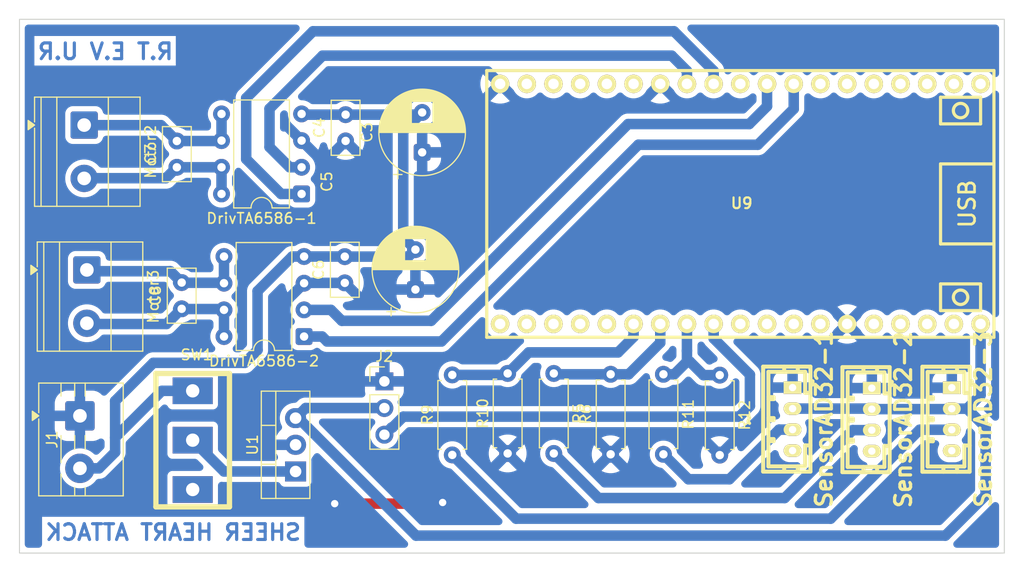
<source format=kicad_pcb>
(kicad_pcb (version 20241229) (generator "pcbnew") (generator_version "9.0")
  (layers (0 "F.Cu" signal) (2 "B.Cu" signal) (13 "F.Paste" user) (15 "B.Paste" user) (5 "F.SilkS" user "F.Silkscreen") (7 "B.SilkS" user "B.Silkscreen") (1 "F.Mask" user) (3 "B.Mask" user) (25 "Edge.Cuts" user))
  (net 0 "")
  (net 1 "VCC")
  (net 2 "INA1")
  (net 3 "INB1")
  (net 4 "+5V")
  (net 5 "D7")
  (net 6 "Net-(SensorAD32-2-OUT)")
  (net 7 "Net-(SensorAD32-3-OUT)")
  (net 8 "D6")
  (net 9 "D8")
  (net 10 "Net-(SensorAD32-1-OUT)")
  (net 20 "GND")
  (net 21 "Net-(Motor2-Pin_2)")
  (net 22 "Net-(Motor2-Pin_1)")
  (net 23 "Net-(Motor3-Pin_2)")
  (net 24 "Net-(Motor3-Pin_1)")
  (net 25 "INB2")
  (net 26 "INA2")
  (net 46 "Net-(SW1A-B)")
  (net 47 "D4")
  (net 48 "D5")
  (footprint "Resistor_THT:R_Axial_DIN0207_L6.3mm_D2.5mm_P7.62mm_Horizontal" (layer "F.Cu") (at 85.367206 52.67924 -90)
    (property "Reference" "R12" (at 3.81 -2.37 90) (layer "F.SilkS"))
    (property "Value" "2.2K")
    (pad "1" thru_hole circle (at 0 0 270) (size 1.6 1.6) (drill 0.8) (layers "*.Cu" "*.Mask") (net 9 "D8"))
    (pad "2" thru_hole circle (at 7.62 0 270) (size 1.6 1.6) (drill 0.8) (layers "*.Cu" "*.Mask") (net 20 "GND"))
  )
  (footprint "Capacitor_THT:CP_Radial_D8.0mm_P3.80mm" (layer "F.Cu") (at 57.050766 31.46512 90)
    (property "Reference" "C3" (at 1.9 -5.25 90) (layer "F.SilkS"))
    (property "Value" "470uf")
    (pad "1" thru_hole roundrect (at 0 0 90) (size 1.6 1.6) (drill 0.8) (layers "*.Cu" "*.Mask") (roundrect_rratio 0.15625) (net 20 "GND"))
    (pad "2" thru_hole circle (at 3.8 0 90) (size 1.6 1.6) (drill 0.8) (layers "*.Cu" "*.Mask") (net 1 "VCC"))
  )
  (footprint "Capacitor_THT:CP_Radial_D8.0mm_P3.80mm" (layer "F.Cu") (at 56.410766 44.527771 90)
    (property "Reference" "C5" (at 10.27 -8.43 90) (layer "F.SilkS"))
    (property "Value" "470uf")
    (pad "1" thru_hole roundrect (at 0 0 90) (size 1.6 1.6) (drill 0.8) (layers "*.Cu" "*.Mask") (roundrect_rratio 0.15625) (net 20 "GND"))
    (pad "2" thru_hole circle (at 3.8 0 90) (size 1.6 1.6) (drill 0.8) (layers "*.Cu" "*.Mask") (net 1 "VCC"))
  )
  (footprint "Capacitor_THT:C_Disc_D5.0mm_W2.5mm_P2.50mm" (layer "F.Cu") (at 49.690766 43.89512 90)
    (property "Reference" "C6" (at 1.25 -2.5 90) (layer "F.SilkS"))
    (property "Value" "0.1uf")
    (pad "1" thru_hole circle (at 0 0 90) (size 1.6 1.6) (drill 0.8) (layers "*.Cu" "*.Mask") (net 20 "GND"))
    (pad "2" thru_hole circle (at 2.5 0 90) (size 1.6 1.6) (drill 0.8) (layers "*.Cu" "*.Mask") (net 1 "VCC"))
  )
  (footprint "Package_TO_SOT_THT:TO-220-3_Vertical" (layer "F.Cu") (at 45.007092 61.85512 90)
    (property "Reference" "U1" (at 2.54 -4.1 90) (layer "F.SilkS"))
    (property "Value" "LM7805_TO220")
    (pad "1" thru_hole rect (at 0 0 90) (size 1.905 2) (drill 1.1) (layers "*.Cu" "*.Mask") (net 46 "Net-(SW1A-B)"))
    (pad "2" thru_hole oval (at 2.54 0 90) (size 1.905 2) (drill 1.1) (layers "*.Cu" "*.Mask") (net 20 "GND"))
    (pad "3" thru_hole oval (at 5.08 0 90) (size 1.905 2) (drill 1.1) (layers "*.Cu" "*.Mask") (net 4 "+5V"))
  )
  (footprint "Resistor_THT:R_Axial_DIN0207_L6.3mm_D2.5mm_P7.62mm_Horizontal" (layer "F.Cu") (at 80.007206 52.59924 -90)
    (property "Reference" "R11" (at 3.81 -2.37 90) (layer "F.SilkS"))
    (property "Value" "1K")
    (pad "1" thru_hole circle (at 0 0 270) (size 1.6 1.6) (drill 0.8) (layers "*.Cu" "*.Mask") (net 9 "D8"))
    (pad "2" thru_hole circle (at 7.62 0 270) (size 1.6 1.6) (drill 0.8) (layers "*.Cu" "*.Mask") (net 10 "Net-(SensorAD32-1-OUT)"))
  )
  (footprint "Resistor_THT:R_Axial_DIN0207_L6.3mm_D2.5mm_P7.62mm_Horizontal" (layer "F.Cu") (at 59.917206 60.27924 90)
    (property "Reference" "R9" (at 3.81 -2.37 90) (layer "F.SilkS"))
    (property "Value" "1K")
    (pad "1" thru_hole circle (at 0 0 90) (size 1.6 1.6) (drill 0.8) (layers "*.Cu" "*.Mask") (net 7 "Net-(SensorAD32-3-OUT)"))
    (pad "2" thru_hole circle (at 7.62 0 90) (size 1.6 1.6) (drill 0.8) (layers "*.Cu" "*.Mask") (net 8 "D6"))
  )
  (footprint "Connector_PinHeader_2.54mm:PinHeader_1x03_P2.54mm_Vertical" (layer "F.Cu") (at 53.457092 53.27512)
    (property "Reference" "J2" (at 0 -2.38 0) (layer "F.SilkS"))
    (property "Value" "Conn_01x03")
    (pad "1" thru_hole rect (at 0 0) (size 1.7 1.7) (drill 1) (layers "*.Cu" "*.Mask") (net 20 "GND"))
    (pad "2" thru_hole circle (at 0 2.54) (size 1.7 1.7) (drill 1) (layers "*.Cu" "*.Mask") (net 4 "+5V"))
    (pad "3" thru_hole circle (at 0 5.08) (size 1.7 1.7) (drill 1) (layers "*.Cu" "*.Mask") (net 47 "D4"))
  )
  (footprint "Resistor_THT:R_Axial_DIN0207_L6.3mm_D2.5mm_P7.62mm_Horizontal" (layer "F.Cu") (at 74.987206 60.21924 90)
    (property "Reference" "R6" (at 3.81 -2.37 90) (layer "F.SilkS"))
    (property "Value" "2.2K")
    (pad "1" thru_hole circle (at 0 0 90) (size 1.6 1.6) (drill 0.8) (layers "*.Cu" "*.Mask") (net 20 "GND"))
    (pad "2" thru_hole circle (at 7.62 0 90) (size 1.6 1.6) (drill 0.8) (layers "*.Cu" "*.Mask") (net 5 "D7"))
  )
  (footprint "EESTN5:JST-4V" (layer "F.Cu") (at 107.447206 56.87924 -90)
    (property "Reference" "SensorAD32-3" (at 0 -2.99974 90) (layer "F.SilkS") (effects (font (size 1.524 1.524) (thickness 0.3048))))
    (property "Value" "~" (at 0 4.20116 90) (layer "F.SilkS") (effects (font (size 1.524 1.524) (thickness 0.3048))))
    (pad "1" thru_hole rect (at -3.00228 0 270) (size 1.19888 1.69926) (drill 0.70104) (layers "*.Cu" "*.Mask" "F.SilkS") (net 20 "GND"))
    (pad "2" thru_hole oval (at -1.00076 0 270) (size 1.19888 1.69926) (drill 0.70104) (layers "*.Cu" "*.Mask" "F.SilkS") (net 4 "+5V"))
    (pad "3" thru_hole oval (at 1.00076 0 270) (size 1.19888 1.69926) (drill 0.70104) (layers "*.Cu" "*.Mask" "F.SilkS") (net 7 "Net-(SensorAD32-3-OUT)"))
    (pad "4" thru_hole oval (at 2.99974 0 270) (size 1.19888 1.69926) (drill 0.70104) (layers "*.Cu" "*.Mask" "F.SilkS"))
  )
  (footprint "Package_DIP:DIP-8_W7.62mm" (layer "F.Cu") (at 45.580766 35.42512 180)
    (property "Reference" "DrivTA6586-1" (at 3.81 -2.33 0) (layer "F.SilkS"))
    (property "Value" "~")
    (pad "1" thru_hole roundrect (at 0 0 180) (size 1.6 1.6) (drill 0.8) (layers "*.Cu" "*.Mask") (roundrect_rratio 0.15625) (net 3 "INB1"))
    (pad "2" thru_hole circle (at 0 2.54 180) (size 1.6 1.6) (drill 0.8) (layers "*.Cu" "*.Mask") (net 2 "INA1"))
    (pad "3" thru_hole circle (at 0 5.08 180) (size 1.6 1.6) (drill 0.8) (layers "*.Cu" "*.Mask") (net 20 "GND"))
    (pad "4" thru_hole circle (at 0 7.62 180) (size 1.6 1.6) (drill 0.8) (layers "*.Cu" "*.Mask") (net 1 "VCC"))
    (pad "5" thru_hole circle (at 7.62 7.62 180) (size 1.6 1.6) (drill 0.8) (layers "*.Cu" "*.Mask") (net 22 "Net-(Motor2-Pin_1)"))
    (pad "6" thru_hole circle (at 7.62 5.08 180) (size 1.6 1.6) (drill 0.8) (layers "*.Cu" "*.Mask") (net 22 "Net-(Motor2-Pin_1)"))
    (pad "7" thru_hole circle (at 7.62 2.54 180) (size 1.6 1.6) (drill 0.8) (layers "*.Cu" "*.Mask") (net 21 "Net-(Motor2-Pin_2)"))
    (pad "8" thru_hole circle (at 7.62 0 180) (size 1.6 1.6) (drill 0.8) (layers "*.Cu" "*.Mask") (net 21 "Net-(Motor2-Pin_2)"))
  )
  (footprint "Capacitor_THT:C_Disc_D5.0mm_W2.5mm_P2.50mm" (layer "F.Cu") (at 34.170766 46.36512 90)
    (property "Reference" "C8" (at 1.25 -2.5 90) (layer "F.SilkS"))
    (property "Value" "10nf")
    (pad "1" thru_hole circle (at 0 0 90) (size 1.6 1.6) (drill 0.8) (layers "*.Cu" "*.Mask") (net 23 "Net-(Motor3-Pin_2)"))
    (pad "2" thru_hole circle (at 2.5 0 90) (size 1.6 1.6) (drill 0.8) (layers "*.Cu" "*.Mask") (net 24 "Net-(Motor3-Pin_1)"))
  )
  (footprint "Package_DIP:DIP-8_W7.62mm" (layer "F.Cu") (at 45.815766 49.00512 180)
    (property "Reference" "DrivTA6586-2" (at 3.81 -2.33 0) (layer "F.SilkS"))
    (property "Value" "~")
    (pad "1" thru_hole roundrect (at 0 0 180) (size 1.6 1.6) (drill 0.8) (layers "*.Cu" "*.Mask") (roundrect_rratio 0.15625) (net 25 "INB2"))
    (pad "2" thru_hole circle (at 0 2.54 180) (size 1.6 1.6) (drill 0.8) (layers "*.Cu" "*.Mask") (net 26 "INA2"))
    (pad "3" thru_hole circle (at 0 5.08 180) (size 1.6 1.6) (drill 0.8) (layers "*.Cu" "*.Mask") (net 20 "GND"))
    (pad "4" thru_hole circle (at 0 7.62 180) (size 1.6 1.6) (drill 0.8) (layers "*.Cu" "*.Mask") (net 1 "VCC"))
    (pad "5" thru_hole circle (at 7.62 7.62 180) (size 1.6 1.6) (drill 0.8) (layers "*.Cu" "*.Mask") (net 24 "Net-(Motor3-Pin_1)"))
    (pad "6" thru_hole circle (at 7.62 5.08 180) (size 1.6 1.6) (drill 0.8) (layers "*.Cu" "*.Mask") (net 24 "Net-(Motor3-Pin_1)"))
    (pad "7" thru_hole circle (at 7.62 2.54 180) (size 1.6 1.6) (drill 0.8) (layers "*.Cu" "*.Mask") (net 23 "Net-(Motor3-Pin_2)"))
    (pad "8" thru_hole circle (at 7.62 0 180) (size 1.6 1.6) (drill 0.8) (layers "*.Cu" "*.Mask") (net 23 "Net-(Motor3-Pin_2)"))
  )
  (footprint "Resistor_THT:R_Axial_DIN0207_L6.3mm_D2.5mm_P7.62mm_Horizontal" (layer "F.Cu") (at 69.577206 52.51924 -90)
    (property "Reference" "R5" (at 3.81 -2.37 90) (layer "F.SilkS"))
    (property "Value" "1K")
    (pad "1" thru_hole circle (at 0 0 270) (size 1.6 1.6) (drill 0.8) (layers "*.Cu" "*.Mask") (net 5 "D7"))
    (pad "2" thru_hole circle (at 7.62 0 270) (size 1.6 1.6) (drill 0.8) (layers "*.Cu" "*.Mask") (net 6 "Net-(SensorAD32-2-OUT)"))
  )
  (footprint "EESTN5:SW_SPDT_TH_Vertical" (layer "F.Cu") (at 35.217092 58.87512)
    (property "Reference" "SW1" (at 0.381 -8.128 180) (layer "F.SilkS"))
    (property "Value" "SW_DPST_x2" (hide yes))
    (pad "1" thru_hole rect (at 0 -4.7) (size 3.81 2.54) (drill 1.27) (layers "*.Cu" "*.Mask") (net 1 "VCC"))
    (pad "2" thru_hole rect (at 0 0) (size 3.81 2.54) (drill 1.27) (layers "*.Cu" "*.Mask") (net 46 "Net-(SW1A-B)"))
    (pad "3" thru_hole rect (at 0 4.7) (size 3.81 2.54) (drill 1.27) (layers "*.Cu" "*.Mask"))
  )
  (footprint "TerminalBlock_Phoenix:TerminalBlock_Phoenix_MKDS-1,5-2-5.08_1x02_P5.08mm_Horizontal" (layer "F.Cu") (at 24.890766 28.86512 -90)
    (property "Reference" "Motor2" (at 2.54 -6.32 90) (layer "F.SilkS"))
    (property "Value" "Screw_Terminal_01x02")
    (pad "1" thru_hole roundrect (at 0 0 270) (size 2.6 2.6) (drill 1.3) (layers "*.Cu" "*.Mask") (roundrect_rratio 0.096154) (net 22 "Net-(Motor2-Pin_1)"))
    (pad "2" thru_hole circle (at 5.08 0 270) (size 2.6 2.6) (drill 1.3) (layers "*.Cu" "*.Mask") (net 21 "Net-(Motor2-Pin_2)"))
  )
  (footprint "EESTN5:JST-4V" (layer "F.Cu") (at 92.296786 56.86924 -90)
    (property "Reference" "SensorAD32-1" (at 0 -2.99974 90) (layer "F.SilkS") (effects (font (size 1.524 1.524) (thickness 0.3048))))
    (property "Value" "~" (at 0 4.20116 90) (layer "F.SilkS") (effects (font (size 1.524 1.524) (thickness 0.3048))))
    (pad "1" thru_hole rect (at -3.00228 0 270) (size 1.19888 1.69926) (drill 0.70104) (layers "*.Cu" "*.Mask" "F.SilkS") (net 20 "GND"))
    (pad "2" thru_hole oval (at -1.00076 0 270) (size 1.19888 1.69926) (drill 0.70104) (layers "*.Cu" "*.Mask" "F.SilkS") (net 4 "+5V"))
    (pad "3" thru_hole oval (at 1.00076 0 270) (size 1.19888 1.69926) (drill 0.70104) (layers "*.Cu" "*.Mask" "F.SilkS") (net 10 "Net-(SensorAD32-1-OUT)"))
    (pad "4" thru_hole oval (at 2.99974 0 270) (size 1.19888 1.69926) (drill 0.70104) (layers "*.Cu" "*.Mask" "F.SilkS"))
  )
  (footprint "Resistor_THT:R_Axial_DIN0207_L6.3mm_D2.5mm_P7.62mm_Horizontal" (layer "F.Cu") (at 65.187206 60.13924 90)
    (property "Reference" "R10" (at 3.81 -2.37 90) (layer "F.SilkS"))
    (property "Value" "2.2K")
    (pad "1" thru_hole circle (at 0 0 90) (size 1.6 1.6) (drill 0.8) (layers "*.Cu" "*.Mask") (net 20 "GND"))
    (pad "2" thru_hole circle (at 7.62 0 90) (size 1.6 1.6) (drill 0.8) (layers "*.Cu" "*.Mask") (net 8 "D6"))
  )
  (footprint "Capacitor_THT:C_Disc_D5.0mm_W2.5mm_P2.50mm" (layer "F.Cu") (at 49.767092 30.37512 90)
    (property "Reference" "C4" (at 1.25 -2.5 90) (layer "F.SilkS"))
    (property "Value" "0.1uf")
    (pad "1" thru_hole circle (at 0 0 90) (size 1.6 1.6) (drill 0.8) (layers "*.Cu" "*.Mask") (net 20 "GND"))
    (pad "2" thru_hole circle (at 2.5 0 90) (size 1.6 1.6) (drill 0.8) (layers "*.Cu" "*.Mask") (net 1 "VCC"))
  )
  (footprint "TerminalBlock:TerminalBlock_MaiXu_MX126-5.0-02P_1x02_P5.00mm" (layer "F.Cu") (at 24.489592 56.55512 -90)
    (property "Reference" "J1" (at 2.25 2.6525 90) (layer "F.SilkS"))
    (property "Value" "Screw_Terminal_01x02")
    (pad "1" thru_hole roundrect (at 0 0 270) (size 2.8 2.8) (drill 1.3) (layers "*.Cu" "*.Mask") (roundrect_rratio 0.089286) (net 20 "GND"))
    (pad "2" thru_hole circle (at 5 0 270) (size 2.8 2.8) (drill 1.3) (layers "*.Cu" "*.Mask") (net 1 "VCC"))
  )
  (footprint "EESTN5:ESP32S" (layer "F.Cu") (at 87.327092 36.37512)
    (property "Reference" "U9" (at 0.127 -0.0635 0) (layer "F.SilkS") (effects (font (size 1.016 1.016) (thickness 0.2032))))
    (property "Value" "ESP32_DEVKITC" (hide yes))
    (fp_text user "USB" (at 21.59 0 90) (layer "F.SilkS") (effects (font (size 1.524 1.524) (thickness 0.254))))
    (pad "1" thru_hole circle (at -22.86 11.43) (size 1.75 1.75) (drill 1) (layers "*.Cu" "*.Mask" "F.SilkS"))
    (pad "2" thru_hole circle (at -20.32 11.43) (size 1.75 1.75) (drill 1) (layers "*.Cu" "*.Mask" "F.SilkS"))
    (pad "3" thru_hole circle (at -17.78 11.43) (size 1.75 1.75) (drill 1) (layers "*.Cu" "*.Mask" "F.SilkS"))
    (pad "4" thru_hole circle (at -15.24 11.43) (size 1.75 1.75) (drill 1) (layers "*.Cu" "*.Mask" "F.SilkS"))
    (pad "5" thru_hole circle (at -12.7 11.43) (size 1.75 1.75) (drill 1) (layers "*.Cu" "*.Mask" "F.SilkS") (net 48 "D5"))
    (pad "6" thru_hole circle (at -10.16 11.43) (size 1.75 1.75) (drill 1) (layers "*.Cu" "*.Mask" "F.SilkS") (net 8 "D6"))
    (pad "7" thru_hole circle (at -7.62 11.43) (size 1.75 1.75) (drill 1) (layers "*.Cu" "*.Mask" "F.SilkS") (net 5 "D7"))
    (pad "8" thru_hole circle (at -5.08 11.43) (size 1.75 1.75) (drill 1) (layers "*.Cu" "*.Mask" "F.SilkS") (net 9 "D8"))
    (pad "9" thru_hole circle (at -2.54 11.43) (size 1.75 1.75) (drill 1) (layers "*.Cu" "*.Mask" "F.SilkS") (net 47 "D4"))
    (pad "10" thru_hole circle (at 0 11.43) (size 1.75 1.75) (drill 1) (layers "*.Cu" "*.Mask" "F.SilkS"))
    (pad "11" thru_hole circle (at 2.54 11.43) (size 1.75 1.75) (drill 1) (layers "*.Cu" "*.Mask" "F.SilkS"))
    (pad "12" thru_hole circle (at 5.08 11.43) (size 1.75 1.75) (drill 1) (layers "*.Cu" "*.Mask" "F.SilkS"))
    (pad "13" thru_hole circle (at 7.62 11.43) (size 1.75 1.75) (drill 1) (layers "*.Cu" "*.Mask" "F.SilkS"))
    (pad "14" thru_hole circle (at 10.16 11.43) (size 1.75 1.75) (drill 1) (layers "*.Cu" "*.Mask" "F.SilkS") (net 20 "GND"))
    (pad "15" thru_hole circle (at 12.7 11.43) (size 1.75 1.75) (drill 1) (layers "*.Cu" "*.Mask" "F.SilkS"))
    (pad "16" thru_hole circle (at 15.24 11.43) (size 1.75 1.75) (drill 1) (layers "*.Cu" "*.Mask" "F.SilkS"))
    (pad "17" thru_hole circle (at 17.78 11.43) (size 1.75 1.75) (drill 1) (layers "*.Cu" "*.Mask" "F.SilkS"))
    (pad "18" thru_hole circle (at 20.32 11.43) (size 1.75 1.75) (drill 1) (layers "*.Cu" "*.Mask" "F.SilkS"))
    (pad "19" thru_hole circle (at 22.86 11.43) (size 1.75 1.75) (drill 1) (layers "*.Cu" "*.Mask" "F.SilkS") (net 4 "+5V"))
    (pad "20" thru_hole circle (at 22.86 -11.43 180) (size 1.75 1.75) (drill 1) (layers "*.Cu" "*.Mask" "F.SilkS"))
    (pad "21" thru_hole circle (at 20.32 -11.43 180) (size 1.75 1.75) (drill 1) (layers "*.Cu" "*.Mask" "F.SilkS"))
    (pad "22" thru_hole circle (at 17.78 -11.43 180) (size 1.75 1.75) (drill 1) (layers "*.Cu" "*.Mask" "F.SilkS"))
    (pad "23" thru_hole circle (at 15.24 -11.43 180) (size 1.75 1.75) (drill 1) (layers "*.Cu" "*.Mask" "F.SilkS"))
    (pad "24" thru_hole circle (at 12.7 -11.43 180) (size 1.75 1.75) (drill 1) (layers "*.Cu" "*.Mask" "F.SilkS"))
    (pad "25" thru_hole circle (at 10.16 -11.43 180) (size 1.75 1.75) (drill 1) (layers "*.Cu" "*.Mask" "F.SilkS"))
    (pad "26" thru_hole circle (at 7.62 -11.43 180) (size 1.75 1.75) (drill 1) (layers "*.Cu" "*.Mask" "F.SilkS"))
    (pad "27" thru_hole circle (at 5.08 -11.43 180) (size 1.75 1.75) (drill 1) (layers "*.Cu" "*.Mask" "F.SilkS") (net 25 "INB2"))
    (pad "28" thru_hole circle (at 2.54 -11.43 180) (size 1.75 1.75) (drill 1) (layers "*.Cu" "*.Mask" "F.SilkS") (net 26 "INA2"))
    (pad "29" thru_hole circle (at 0 -11.43 180) (size 1.75 1.75) (drill 1) (layers "*.Cu" "*.Mask" "F.SilkS"))
    (pad "30" thru_hole circle (at -2.54 -11.43 180) (size 1.75 1.75) (drill 1) (layers "*.Cu" "*.Mask" "F.SilkS") (net 3 "INB1"))
    (pad "31" thru_hole circle (at -5.08 -11.43 180) (size 1.75 1.75) (drill 1) (layers "*.Cu" "*.Mask" "F.SilkS") (net 2 "INA1"))
    (pad "32" thru_hole circle (at -7.62 -11.43 180) (size 1.75 1.75) (drill 1) (layers "*.Cu" "*.Mask" "F.SilkS") (net 20 "GND"))
    (pad "33" thru_hole circle (at -10.16 -11.43 180) (size 1.75 1.75) (drill 1) (layers "*.Cu" "*.Mask" "F.SilkS"))
    (pad "34" thru_hole circle (at -12.7 -11.43 180) (size 1.75 1.75) (drill 1) (layers "*.Cu" "*.Mask" "F.SilkS"))
    (pad "35" thru_hole circle (at -15.24 -11.43 180) (size 1.75 1.75) (drill 1) (layers "*.Cu" "*.Mask" "F.SilkS"))
    (pad "36" thru_hole circle (at -17.78 -11.43 180) (size 1.75 1.75) (drill 1) (layers "*.Cu" "*.Mask" "F.SilkS"))
    (pad "37" thru_hole circle (at -20.32 -11.43 180) (size 1.75 1.75) (drill 1) (layers "*.Cu" "*.Mask" "F.SilkS"))
    (pad "38" thru_hole circle (at -22.86 -11.43 180) (size 1.75 1.75) (drill 1) (layers "*.Cu" "*.Mask" "F.SilkS") (net 20 "GND"))
  )
  (footprint "EESTN5:JST-4V" (layer "F.Cu") (at 99.837206 56.9195 -90)
    (property "Reference" "SensorAD32-2" (at 0 -2.99974 90) (layer "F.SilkS") (effects (font (size 1.524 1.524) (thickness 0.3048))))
    (property "Value" "~" (at 0 4.20116 90) (layer "F.SilkS") (effects (font (size 1.524 1.524) (thickness 0.3048))))
    (pad "1" thru_hole rect (at -3.00228 0 270) (size 1.19888 1.69926) (drill 0.70104) (layers "*.Cu" "*.Mask" "F.SilkS") (net 20 "GND"))
    (pad "2" thru_hole oval (at -1.00076 0 270) (size 1.19888 1.69926) (drill 0.70104) (layers "*.Cu" "*.Mask" "F.SilkS") (net 4 "+5V"))
    (pad "3" thru_hole oval (at 1.00076 0 270) (size 1.19888 1.69926) (drill 0.70104) (layers "*.Cu" "*.Mask" "F.SilkS") (net 6 "Net-(SensorAD32-2-OUT)"))
    (pad "4" thru_hole oval (at 2.99974 0 270) (size 1.19888 1.69926) (drill 0.70104) (layers "*.Cu" "*.Mask" "F.SilkS"))
  )
  (footprint "TerminalBlock_Phoenix:TerminalBlock_Phoenix_MKDS-1,5-2-5.08_1x02_P5.08mm_Horizontal" (layer "F.Cu") (at 25.148266 42.66012 -90)
    (property "Reference" "Motor3" (at 2.54 -6.32 90) (layer "F.SilkS"))
    (property "Value" "Screw_Terminal_01x02")
    (pad "1" thru_hole roundrect (at 0 0 270) (size 2.6 2.6) (drill 1.3) (layers "*.Cu" "*.Mask") (roundrect_rratio 0.096154) (net 24 "Net-(Motor3-Pin_1)"))
    (pad "2" thru_hole circle (at 5.08 0 270) (size 2.6 2.6) (drill 1.3) (layers "*.Cu" "*.Mask") (net 23 "Net-(Motor3-Pin_2)"))
  )
  (footprint "Capacitor_THT:C_Disc_D5.0mm_W2.5mm_P2.50mm" (layer "F.Cu") (at 33.710766 32.88512 90)
    (property "Reference" "C7" (at 1.25 -2.5 90) (layer "F.SilkS"))
    (property "Value" "10nf")
    (pad "1" thru_hole circle (at 0 0 90) (size 1.6 1.6) (drill 0.8) (layers "*.Cu" "*.Mask") (net 21 "Net-(Motor2-Pin_2)"))
    (pad "2" thru_hole circle (at 2.5 0 90) (size 1.6 1.6) (drill 0.8) (layers "*.Cu" "*.Mask") (net 22 "Net-(Motor2-Pin_1)"))
  )
  (gr_rect (start 18.737092 18.79512) (end 112.447092 69.62512) (stroke (width 0.1)) (fill no) (layer "Edge.Cuts"))
  (gr_text "SHEER HEART ATTACK" (at 45.67 68.53 0) (layer "B.Cu") (effects (font (size 1.5 1.5) (thickness 0.3) (bold yes)) (justify left bottom mirror)))
  (gr_text "R.T E.V U.R" (at 33.51 22.74 0) (layer "B.Cu") (effects (font (size 1.5 1.5) (thickness 0.3) (bold yes)) (justify left bottom mirror)))
  (segment (start 55.743417 41.39512) (end 56.410766 40.727771) (width 1) (layer "B.Cu") (net 1))
  (segment (start 56.410766 40.727771) (end 55.249766 39.566771) (width 1) (layer "B.Cu") (net 1))
  (segment (start 26.301972 61.55512) (end 27.837092 60.02) (width 1) (layer "B.Cu") (net 1))
  (segment (start 24.489592 61.55512) (end 26.301972 61.55512) (width 1) (layer "B.Cu") (net 1))
  (segment (start 32.28488 54.17512) (end 27.837092 58.622908) (width 1) (layer "B.Cu") (net 1))
  (segment (start 41.39 44.679516) (end 41.39 50.29) (width 1) (layer "B.Cu") (net 1))
  (segment (start 45.815766 41.38512) (end 44.684396 41.38512) (width 1) (layer "B.Cu") (net 1))
  (segment (start 55.249766 39.566771) (end 55.249766 29.46612) (width 1) (layer "B.Cu") (net 1))
  (segment (start 49.690766 41.39512) (end 55.743417 41.39512) (width 1) (layer "B.Cu") (net 1))
  (segment (start 40.17 51.51) (end 41.39 50.29) (width 1) (layer "B.Cu") (net 1))
  (segment (start 49.680766 41.38512) (end 49.690766 41.39512) (width 1) (layer "B.Cu") (net 1))
  (segment (start 27.837092 55.142908) (end 31.47 51.51) (width 1) (layer "B.Cu") (net 1))
  (segment (start 55.249766 29.46612) (end 57.050766 27.66512) (width 1) (layer "B.Cu") (net 1))
  (segment (start 45.650766 27.87512) (end 45.580766 27.80512) (width 1) (layer "B.Cu") (net 1))
  (segment (start 35.217092 54.17512) (end 32.28488 54.17512) (width 1) (layer "B.Cu") (net 1))
  (segment (start 45.815766 41.38512) (end 49.680766 41.38512) (width 1) (layer "B.Cu") (net 1))
  (segment (start 27.837092 60.02) (end 27.837092 55.142908) (width 1) (layer "B.Cu") (net 1))
  (segment (start 44.684396 41.38512) (end 41.39 44.679516) (width 1) (layer "B.Cu") (net 1))
  (segment (start 31.47 51.51) (end 40.17 51.51) (width 1) (layer "B.Cu") (net 1))
  (segment (start 49.767092 27.87512) (end 45.650766 27.87512) (width 1) (layer "B.Cu") (net 1))
  (segment (start 49.767092 27.87512) (end 56.840766 27.87512) (width 1) (layer "B.Cu") (net 1))
  (segment (start 56.840766 27.87512) (end 57.050766 27.66512) (width 1) (layer "B.Cu") (net 1))
  (segment (start 80.794528 22.25512) (end 82.247092 23.707684) (width 1) (layer "B.Cu") (net 2))
  (segment (start 42.527092 27.30512) (end 47.577092 22.25512) (width 1) (layer "B.Cu") (net 2))
  (segment (start 45.580766 32.88512) (end 44.449396 32.88512) (width 1) (layer "B.Cu") (net 2))
  (segment (start 47.577092 22.25512) (end 80.794528 22.25512) (width 1) (layer "B.Cu") (net 2))
  (segment (start 44.449396 32.88512) (end 42.527092 30.962816) (width 1) (layer "B.Cu") (net 2))
  (segment (start 42.527092 30.962816) (end 42.527092 27.30512) (width 1) (layer "B.Cu") (net 2))
  (segment (start 82.247092 23.707684) (end 82.247092 24.94512) (width 1) (layer "B.Cu") (net 2))
  (segment (start 46.667092 19.93512) (end 81.014528 19.93512) (width 1) (layer "B.Cu") (net 3))
  (segment (start 40.307092 32.10512) (end 40.307092 26.29512) (width 1) (layer "B.Cu") (net 3))
  (segment (start 84.787092 23.707684) (end 84.787092 24.94512) (width 1) (layer "B.Cu") (net 3))
  (segment (start 43.627092 35.42512) (end 40.307092 32.10512) (width 1) (layer "B.Cu") (net 3))
  (segment (start 45.580766 35.42512) (end 43.627092 35.42512) (width 1) (layer "B.Cu") (net 3))
  (segment (start 40.307092 26.29512) (end 46.667092 19.93512) (width 1) (layer "B.Cu") (net 3))
  (segment (start 81.014528 19.93512) (end 84.787092 23.707684) (width 1) (layer "B.Cu") (net 3))
  (segment (start 108.896756 55.87848) (end 107.447206 55.87848) (width 1) (layer "B.Cu") (net 4))
  (segment (start 56.467258 67.96512) (end 45.277258 56.77512) (width 1) (layer "B.Cu") (net 4))
  (segment (start 110.667092 57.648816) (end 110.667092 64.13512) (width 1) (layer "B.Cu") (net 4))
  (segment (start 92.296786 55.86848) (end 99.786946 55.86848) (width 1) (layer "B.Cu") (net 4))
  (segment (start 110.187092 54.588144) (end 108.896756 55.87848) (width 1) (layer "B.Cu") (net 4))
  (segment (start 106.837092 67.96512) (end 56.467258 67.96512) (width 1) (layer "B.Cu") (net 4))
  (segment (start 110.187092 47.80512) (end 110.187092 54.588144) (width 1) (layer "B.Cu") (net 4))
  (segment (start 45.007092 56.77512) (end 45.967092 55.81512) (width 1) (layer "B.Cu") (net 4))
  (segment (start 45.967092 55.81512) (end 53.457092 55.81512) (width 1) (layer "B.Cu") (net 4))
  (segment (start 107.406946 55.91874) (end 107.447206 55.87848) (width 1) (layer "B.Cu") (net 4))
  (segment (start 110.667092 64.13512) (end 106.837092 67.96512) (width 1) (layer "B.Cu") (net 4))
  (segment (start 108.896756 55.87848) (end 110.667092 57.648816) (width 1) (layer "B.Cu") (net 4))
  (segment (start 45.277258 56.77512) (end 45.007092 56.77512) (width 1) (layer "B.Cu") (net 4))
  (segment (start 99.786946 55.86848) (end 99.837206 55.91874) (width 1) (layer "B.Cu") (net 4))
  (segment (start 99.837206 55.91874) (end 107.406946 55.91874) (width 1) (layer "B.Cu") (net 4))
  (segment (start 79.707092 47.80512) (end 79.707092 49.59512) (width 1) (layer "B.Cu") (net 5))
  (segment (start 69.657206 52.59924) (end 69.577206 52.51924) (width 1) (layer "B.Cu") (net 5))
  (segment (start 79.707092 49.59512) (end 76.702972 52.59924) (width 1) (layer "B.Cu") (net 5))
  (segment (start 74.987206 52.59924) (end 69.657206 52.59924) (width 1) (layer "B.Cu") (net 5))
  (segment (start 76.702972 52.59924) (end 74.987206 52.59924) (width 1) (layer "B.Cu") (net 5))
  (segment (start 98.011952 57.92026) (end 99.837206 57.92026) (width 1) (layer "B.Cu") (net 6))
  (segment (start 91.547092 64.38512) (end 98.011952 57.92026) (width 1) (layer "B.Cu") (net 6))
  (segment (start 73.823086 64.38512) (end 91.547092 64.38512) (width 1) (layer "B.Cu") (net 6))
  (segment (start 69.577206 60.13924) (end 73.823086 64.38512) (width 1) (layer "B.Cu") (net 6))
  (segment (start 104.39 57.88) (end 107.447206 57.88) (width 1) (layer "B.Cu") (net 7))
  (segment (start 95.920438 66.349562) (end 104.39 57.88) (width 1) (layer "B.Cu") (net 7))
  (segment (start 59.917206 60.27924) (end 65.987528 66.349562) (width 1) (layer "B.Cu") (net 7))
  (segment (start 65.987528 66.349562) (end 95.920438 66.349562) (width 1) (layer "B.Cu") (net 7))
  (segment (start 65.187206 52.51924) (end 67.191326 50.51512) (width 1) (layer "B.Cu") (net 8))
  (segment (start 65.047206 52.65924) (end 65.187206 52.51924) (width 1) (layer "B.Cu") (net 8))
  (segment (start 75.694528 50.51512) (end 77.167092 49.042556) (width 1) (layer "B.Cu") (net 8))
  (segment (start 77.167092 49.042556) (end 77.167092 47.80512) (width 1) (layer "B.Cu") (net 8))
  (segment (start 67.191326 50.51512) (end 75.694528 50.51512) (width 1) (layer "B.Cu") (net 8))
  (segment (start 59.917206 52.65924) (end 65.047206 52.65924) (width 1) (layer "B.Cu") (net 8))
  (segment (start 82.247092 51.39512) (end 82.247092 50.359354) (width 1) (layer "B.Cu") (net 9))
  (segment (start 82.247092 50.359354) (end 82.247092 47.80512) (width 1) (layer "B.Cu") (net 9))
  (segment (start 82.527092 51.39512) (end 83.811212 52.67924) (width 1) (layer "B.Cu") (net 9))
  (segment (start 83.811212 52.67924) (end 85.367206 52.67924) (width 1) (layer "B.Cu") (net 9))
  (segment (start 81.042972 52.59924) (end 82.247092 51.39512) (width 1) (layer "B.Cu") (net 9))
  (segment (start 82.247092 51.39512) (end 82.527092 51.39512) (width 1) (layer "B.Cu") (net 9))
  (segment (start 80.007206 52.59924) (end 81.042972 52.59924) (width 1) (layer "B.Cu") (net 9))
  (segment (start 86.287092 62.59512) (end 82.383086 62.59512) (width 1) (layer "B.Cu") (net 10))
  (segment (start 92.296786 57.87) (end 91.012212 57.87) (width 1) (layer "B.Cu") (net 10))
  (segment (start 91.012212 57.87) (end 86.287092 62.59512) (width 1) (layer "B.Cu") (net 10))
  (segment (start 82.383086 62.59512) (end 80.007206 60.21924) (width 1) (layer "B.Cu") (net 10))
  (segment (start 58.89 64.92) (end 59 64.81) (width 1) (layer "F.Cu") (net 20))
  (segment (start 48.73 64.92) (end 58.89 64.92) (width 1) (layer "F.Cu") (net 20))
  (via (at 48.73 64.92) (size 2.1) (drill 0.7) (layers "F.Cu" "B.Cu") (net 20))
  (via (at 59 64.81) (size 2.1) (drill 0.7) (layers "F.Cu" "B.Cu") (net 20))
  (segment (start 45.845766 43.89512) (end 45.815766 43.92512) (width 1) (layer "B.Cu") (net 20))
  (segment (start 49.690766 43.89512) (end 45.845766 43.89512) (width 1) (layer "B.Cu") (net 20))
  (segment (start 33.710766 32.88512) (end 37.960766 32.88512) (width 1) (layer "B.Cu") (net 21))
  (segment (start 24.910766 33.92512) (end 24.890766 33.94512) (width 1) (layer "B.Cu") (net 21))
  (segment (start 32.670766 33.92512) (end 24.910766 33.92512) (width 1) (layer "B.Cu") (net 21))
  (segment (start 33.710766 32.88512) (end 32.670766 33.92512) (width 1) (layer "B.Cu") (net 21))
  (segment (start 37.960766 32.88512) (end 37.960766 35.42512) (width 1) (layer "B.Cu") (net 21))
  (segment (start 33.710766 30.38512) (end 37.920766 30.38512) (width 1) (layer "B.Cu") (net 22))
  (segment (start 37.920766 30.38512) (end 37.960766 30.34512) (width 1) (layer "B.Cu") (net 22))
  (segment (start 32.200766 28.87512) (end 33.710766 30.38512) (width 1) (layer "B.Cu") (net 22))
  (segment (start 37.960766 30.34512) (end 37.960766 27.80512) (width 1) (layer "B.Cu") (net 22))
  (segment (start 24.890766 28.86512) (end 24.900766 28.87512) (width 1) (layer "B.Cu") (net 22))
  (segment (start 24.900766 28.87512) (end 32.200766 28.87512) (width 1) (layer "B.Cu") (net 22))
  (segment (start 25.155766 47.88512) (end 25.140766 47.87012) (width 1) (layer "B.Cu") (net 23))
  (segment (start 25.223266 47.81512) (end 25.148266 47.74012) (width 1) (layer "B.Cu") (net 23))
  (segment (start 38.115766 46.38512) (end 38.195766 46.46512) (width 1) (layer "B.Cu") (net 23))
  (segment (start 38.195766 46.46512) (end 38.195766 49.00512) (width 1) (layer "B.Cu") (net 23))
  (segment (start 34.170766 46.36512) (end 32.720766 47.81512) (width 1) (layer "B.Cu") (net 23))
  (segment (start 32.720766 47.81512) (end 25.223266 47.81512) (width 1) (layer "B.Cu") (net 23))
  (segment (start 33.830766 46.38512) (end 38.115766 46.38512) (width 1) (layer "B.Cu") (net 23))
  (segment (start 38.195766 43.92512) (end 38.195766 41.38512) (width 1) (layer "B.Cu") (net 24))
  (segment (start 33.090766 42.78512) (end 25.273266 42.78512) (width 1) (layer "B.Cu") (net 24))
  (segment (start 34.170766 43.86512) (end 33.090766 42.78512) (width 1) (layer "B.Cu") (net 24))
  (segment (start 38.155766 43.88512) (end 38.195766 43.92512) (width 1) (layer "B.Cu") (net 24))
  (segment (start 25.273266 42.78512) (end 25.148266 42.66012) (width 1) (layer "B.Cu") (net 24))
  (segment (start 33.830766 43.88512) (end 38.155766 43.88512) (width 1) (layer "B.Cu") (net 24))
  (segment (start 45.815766 49.00512) (end 47.537092 49.00512) (width 1) (layer "B.Cu") (net 25))
  (segment (start 92.407092 27.32512) (end 92.407092 24.94512) (width 1) (layer "B.Cu") (net 25))
  (segment (start 47.537092 49.00512) (end 48.007092 49.47512) (width 1) (layer "B.Cu") (net 25))
  (segment (start 77.622212 30.74) (end 88.992212 30.74) (width 1) (layer "B.Cu") (net 25))
  (segment (start 88.992212 30.74) (end 92.407092 27.32512) (width 1) (layer "B.Cu") (net 25))
  (segment (start 58.887092 49.47512) (end 77.622212 30.74) (width 1) (layer "B.Cu") (net 25))
  (segment (start 48.007092 49.47512) (end 58.887092 49.47512) (width 1) (layer "B.Cu") (net 25))
  (segment (start 49.406092 47.50412) (end 48.367092 46.46512) (width 1) (layer "B.Cu") (net 26))
  (segment (start 76.646132 28.77) (end 57.912012 47.50412) (width 1) (layer "B.Cu") (net 26))
  (segment (start 48.367092 46.46512) (end 45.815766 46.46512) (width 1) (layer "B.Cu") (net 26))
  (segment (start 89.867092 27.07512) (end 88.172212 28.77) (width 1) (layer "B.Cu") (net 26))
  (segment (start 57.912012 47.50412) (end 49.406092 47.50412) (width 1) (layer "B.Cu") (net 26))
  (segment (start 89.867092 24.94512) (end 89.867092 27.07512) (width 1) (layer "B.Cu") (net 26))
  (segment (start 88.172212 28.77) (end 76.646132 28.77) (width 1) (layer "B.Cu") (net 26))
  (segment (start 35.217092 58.87512) (end 38.197092 61.85512) (width 1) (layer "B.Cu") (net 46))
  (segment (start 38.197092 61.85512) (end 45.007092 61.85512) (width 1) (layer "B.Cu") (net 46))
  (segment (start 53.457092 58.35512) (end 54.146092 57.66612) (width 1) (layer "B.Cu") (net 47))
  (segment (start 88.237092 52.63512) (end 84.787092 49.18512) (width 1) (layer "B.Cu") (net 47))
  (segment (start 88.237092 55.62512) (end 88.237092 52.63512) (width 1) (layer "B.Cu") (net 47))
  (segment (start 54.223802 57.66612) (end 55.254802 56.63512) (width 1) (layer "B.Cu") (net 47))
  (segment (start 55.254802 56.63512) (end 87.227092 56.63512) (width 1) (layer "B.Cu") (net 47))
  (segment (start 87.227092 56.63512) (end 88.237092 55.62512) (width 1) (layer "B.Cu") (net 47))
  (segment (start 84.787092 49.18512) (end 84.787092 47.80512) (width 1) (layer "B.Cu") (net 47))
  (segment (start 54.146092 57.66612) (end 54.223802 57.66612) (width 1) (layer "B.Cu") (net 47))
  (zone (net 20) (net_name "GND") (layer "B.Cu") (connect_pads (clearance 0.5)) (min_thickness 0.7) (fill yes (thermal_gap 1) (thermal_bridge_width 1) (island_removal_mode 1) (island_area_min 10))
    (polygon (pts (xy 114.323092 16.95512) (xy 16.883092 16.95512) (xy 16.883092 71.62512) (xy 114.323092 71.62512)))
  )
)
</source>
